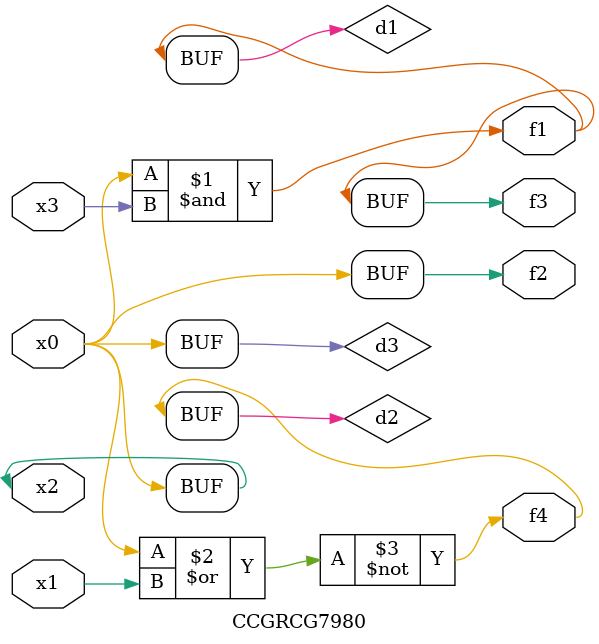
<source format=v>
module CCGRCG7980(
	input x0, x1, x2, x3,
	output f1, f2, f3, f4
);

	wire d1, d2, d3;

	and (d1, x2, x3);
	nor (d2, x0, x1);
	buf (d3, x0, x2);
	assign f1 = d1;
	assign f2 = d3;
	assign f3 = d1;
	assign f4 = d2;
endmodule

</source>
